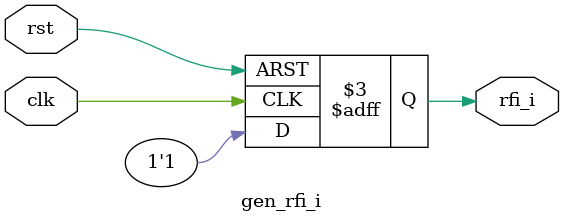
<source format=v>
module gen_rfi_i(
input clk,
input rst,
output reg rfi_i



);


always @(posedge clk or negedge rst) begin
		if(!rst) begin
			rfi_i <= 0;
		end 
		else begin
			rfi_i <= 1;
		end
end

endmodule
</source>
